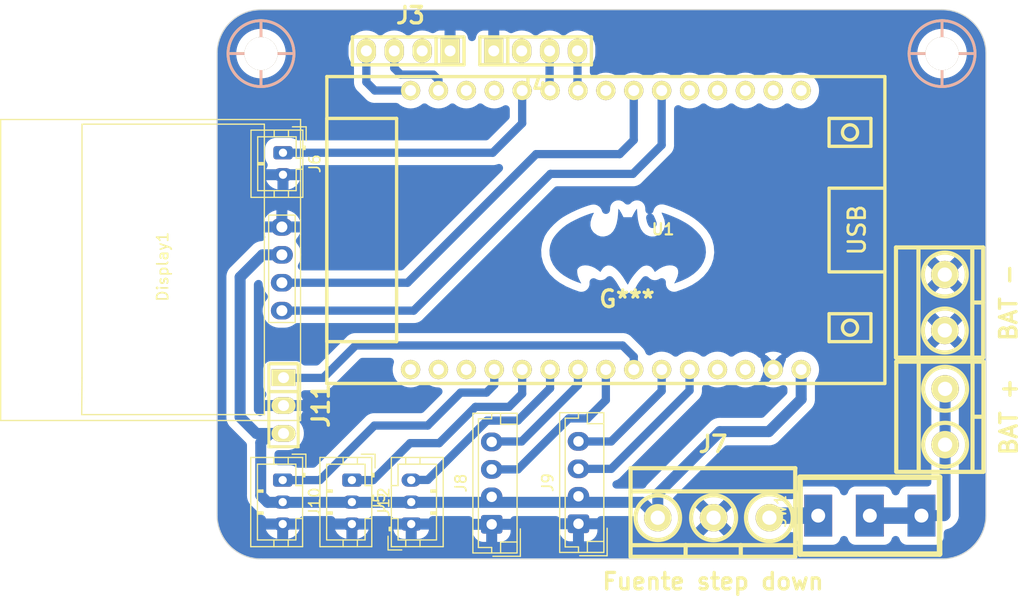
<source format=kicad_pcb>
(kicad_pcb (version 20221018) (generator pcbnew)
  (layers (0 "F.Cu" signal) (31 "B.Cu" signal) (34 "B.Paste" user) (35 "F.Paste" user) (36 "B.SilkS" user "B.Silkscreen") (37 "F.SilkS" user "F.Silkscreen") (38 "B.Mask" user) (39 "F.Mask" user) (44 "Edge.Cuts" user))
  (net 0 "")
  (net 1 "GND")
  (net 2 "+5V")
  (net 3 "/SCL")
  (net 4 "/SDA")
  (net 5 "/VBAT")
  (net 6 "/sharp")
  (net 7 "/BUZZER")
  (net 8 "/VSTEP")
  (net 9 "/Trigger_1")
  (net 10 "/Echo_1")
  (net 11 "/Trigger_2")
  (net 12 "/Echo_2")
  (net 13 "/CNY70_FD")
  (net 14 "/ENTER")
  (net 15 "/CNY70_FI")
  (net 19 "/M2B")
  (net 20 "/M2A")
  (net 28 "/M1A")
  (net 29 "/M1B")
  (footprint "EESTN5:BORNERA2_AZUL" (layer "F.Cu") (at 256.27375 92.06 90)
    (fp_text reference "J1" hide)
    (fp_text value "BAT +" (at 0 5.8 90) (layer "F.SilkS") (effects (font (size 1.5 1.5) (thickness 0.3))))
    (fp_line (start -5.0165 -4.445) (end -5.0165 3.4925) (stroke (width 0.381)) (layer "F.SilkS"))
    (fp_line (start -5 -2.4) (end 5 -2.4) (stroke (width 0.381)) (layer "F.SilkS"))
    (fp_line (start -5 2.5) (end 5 2.5) (stroke (width 0.381)) (layer "F.SilkS"))
    (fp_line (start -4.9835 3.4925) (end 5.0165 3.4925) (stroke (width 0.381)) (layer "F.SilkS"))
    (fp_line (start 0 2.54) (end 0 3.4845) (stroke (width 0.381)) (layer "F.SilkS"))
    (fp_line (start 5.0165 -4.445) (end -4.9835 -4.445) (stroke (width 0.381)) (layer "F.SilkS"))
    (fp_line (start 5.0165 3.4925) (end 5.0165 -4.445) (stroke (width 0.381)) (layer "F.SilkS"))
    (fp_circle (center -2.55 0) (end -0.55 0) (stroke (width 0.381)) (fill none) (layer "F.SilkS"))
    (fp_circle (center 2.55 0) (end 0.55 0) (stroke (width 0.381)) (fill none) (layer "F.SilkS"))
    (pad "1" thru_hole circle (at -2.54 0 90) (size 2.5 2.5) (drill 1.3) (layers "*.Cu" "*.Mask" "F.SilkS") (net 5 "/VBAT"))
    (pad "2" thru_hole circle (at 2.54 0 90) (size 2.5 2.5) (drill 1.3) (layers "*.Cu" "*.Mask" "F.SilkS") (net 5 "/VBAT"))
  )
  (footprint "EESTN5:128x64OLED" (layer "F.Cu") (at 185.3 78.4 -90)
    (fp_text reference "Display1" (at 0 0.254 90) (layer "F.SilkS"))
    (fp_text value "SSD1306-SSD1306-128x64_OLED")
    (fp_line (start -13.4 -12.3) (end 14 -12.3) (stroke (width 0.12)) (layer "F.SilkS"))
    (fp_line (start -13.4 15) (end -13.4 -12.3) (stroke (width 0.12)) (layer "F.SilkS"))
    (fp_line (start -12.978 -9.005) (end 10.122 -9.005) (stroke (width 0.12)) (layer "F.SilkS"))
    (fp_line (start -12.978 7.595) (end -12.978 -9.005) (stroke (width 0.12)) (layer "F.SilkS"))
    (fp_line (start -4.699 -11.811) (end -4.699 -9.398) (stroke (width 0.12)) (layer "F.SilkS"))
    (fp_line (start -4.699 -11.811) (end 5.08 -11.811) (stroke (width 0.12)) (layer "F.SilkS"))
    (fp_line (start 5.08 -11.811) (end 5.08 -9.398) (stroke (width 0.12)) (layer "F.SilkS"))
    (fp_line (start 5.08 -9.398) (end -4.699 -9.398) (stroke (width 0.12)) (layer "F.SilkS"))
    (fp_line (start 10.122 -9.005) (end 13.208 -9.005) (stroke (width 0.12)) (layer "F.SilkS"))
    (fp_line (start 10.122 7.595) (end -12.978 7.595) (stroke (width 0.12)) (layer "F.SilkS"))
    (fp_line (start 10.122 7.595) (end 13.462 7.62) (stroke (width 0.12)) (layer "F.SilkS"))
    (fp_line (start 13.462 -9.017) (end 13.208 -9.005) (stroke (width 0.12)) (layer "F.SilkS"))
    (fp_line (start 13.462 7.62) (end 13.462 -9.017) (stroke (width 0.12)) (layer "F.SilkS"))
    (fp_line (start 14 -12.3) (end 14 15) (stroke (width 0.12)) (layer "F.SilkS"))
    (fp_line (start 14 15) (end -13.4 15) (stroke (width 0.12)) (layer "F.SilkS"))
    (pad "1" thru_hole oval (at -3.62 -10.6) (size 2 1.6) (drill 1) (layers "*.Cu" "*.Mask") (net 1 "GND"))
    (pad "2" thru_hole oval (at -1.08 -10.6) (size 2 1.6) (drill 1) (layers "*.Cu" "*.Mask") (net 2 "+5V"))
    (pad "3" thru_hole oval (at 1.46 -10.6) (size 2 1.6) (drill 1) (layers "*.Cu" "*.Mask") (net 3 "/SCL"))
    (pad "4" thru_hole oval (at 4 -10.6) (size 2 1.6) (drill 1) (layers "*.Cu" "*.Mask") (net 4 "/SDA"))
  )
  (footprint "Connector_JST:JST_PH_B3B-PH-K_1x03_P2.00mm_Vertical" (layer "F.Cu") (at 207.675 101.825 90)
    (fp_text reference "J5" (at 2 -2.9 90) (layer "F.SilkS"))
    (fp_text value "Sharp")
    (fp_line (start -2.36 -2.11) (end -2.36 -0.86) (stroke (width 0.12)) (layer "F.SilkS"))
    (fp_line (start -2.06 -1.81) (end -2.06 2.91) (stroke (width 0.12)) (layer "F.SilkS"))
    (fp_line (start -2.06 -0.5) (end -1.45 -0.5) (stroke (width 0.12)) (layer "F.SilkS"))
    (fp_line (start -2.06 0.8) (end -1.45 0.8) (stroke (width 0.12)) (layer "F.SilkS"))
    (fp_line (start -2.06 2.91) (end 6.06 2.91) (stroke (width 0.12)) (layer "F.SilkS"))
    (fp_line (start -1.45 -1.2) (end -1.45 2.3) (stroke (width 0.12)) (layer "F.SilkS"))
    (fp_line (start -1.45 2.3) (end 5.45 2.3) (stroke (width 0.12)) (layer "F.SilkS"))
    (fp_line (start -1.11 -2.11) (end -2.36 -2.11) (stroke (width 0.12)) (layer "F.SilkS"))
    (fp_line (start -0.6 -2.01) (end -0.6 -1.81) (stroke (width 0.12)) (layer "F.SilkS"))
    (fp_line (start -0.3 -2.01) (end -0.6 -2.01) (stroke (width 0.12)) (layer "F.SilkS"))
    (fp_line (start -0.3 -1.91) (end -0.6 -1.91) (stroke (width 0.12)) (layer "F.SilkS"))
    (fp_line (start -0.3 -1.81) (end -0.3 -2.01) (stroke (width 0.12)) (layer "F.SilkS"))
    (fp_line (start 0.5 -1.81) (end 0.5 -1.2) (stroke (width 0.12)) (layer "F.SilkS"))
    (fp_line (start 0.5 -1.2) (end -1.45 -1.2) (stroke (width 0.12)) (layer "F.SilkS"))
    (fp_line (start 0.9 1.8) (end 1.1 1.8) (stroke (width 0.12)) (layer "F.SilkS"))
    (fp_line (start 0.9 2.3) (end 0.9 1.8) (stroke (width 0.12)) (layer "F.SilkS"))
    (fp_line (start 1 2.3) (end 1 1.8) (stroke (width 0.12)) (layer "F.SilkS"))
    (fp_line (start 1.1 1.8) (end 1.1 2.3) (stroke (width 0.12)) (layer "F.SilkS"))
    (fp_line (start 2.9 1.8) (end 3.1 1.8) (stroke (width 0.12)) (layer "F.SilkS"))
    (fp_line (start 2.9 2.3) (end 2.9 1.8) (stroke (width 0.12)) (layer "F.SilkS"))
    (fp_line (start 3 2.3) (end 3 1.8) (stroke (width 0.12)) (layer "F.SilkS"))
    (fp_line (start 3.1 1.8) (end 3.1 2.3) (stroke (width 0.12)) (layer "F.SilkS"))
    (fp_line (start 3.5 -1.2) (end 3.5 -1.81) (stroke (width 0.12)) (layer "F.SilkS"))
    (fp_line (start 5.45 -1.2) (end 3.5 -1.2) (stroke (width 0.12)) (layer "F.SilkS"))
    (fp_line (start 5.45 2.3) (end 5.45 -1.2) (stroke (width 0.12)) (layer "F.SilkS"))
    (fp_line (start 6.06 -1.81) (end -2.06 -1.81) (stroke (width 0.12)) (layer "F.SilkS"))
    (fp_line (start 6.06 -0.5) (end 5.45 -0.5) (stroke (width 0.12)) (layer "F.SilkS"))
    (fp_line (start 6.06 0.8) (end 5.45 0.8) (stroke (width 0.12)) (layer "F.SilkS"))
    (fp_line (start 6.06 2.91) (end 6.06 -1.81) (stroke (width 0.12)) (layer "F.SilkS"))
    (pad "1" thru_hole roundrect (at 0 0 90) (size 1.2 1.75) (drill 0.75) (layers "*.Cu" "*.Mask") (roundrect_rratio 0.208333) (net 1 "GND"))
    (pad "2" thru_hole oval (at 2 0 90) (size 1.2 1.75) (drill 0.75) (layers "*.Cu" "*.Mask") (net 2 "+5V"))
    (pad "3" thru_hole oval (at 4 0 90) (size 1.2 1.75) (drill 0.75) (layers "*.Cu" "*.Mask") (net 6 "/sharp"))
  )
  (footprint "EESTN5:BORNERA2_AZUL" (layer "F.Cu") (at 256.25 81.66 90)
    (fp_text reference "J2" hide)
    (fp_text value "BAT -" (at 0 5.8 90) (layer "F.SilkS") (effects (font (size 1.5 1.5) (thickness 0.3))))
    (fp_line (start -5.0165 -4.445) (end -5.0165 3.4925) (stroke (width 0.381)) (layer "F.SilkS"))
    (fp_line (start -5 -2.4) (end 5 -2.4) (stroke (width 0.381)) (layer "F.SilkS"))
    (fp_line (start -5 2.5) (end 5 2.5) (stroke (width 0.381)) (layer "F.SilkS"))
    (fp_line (start -4.9835 3.4925) (end 5.0165 3.4925) (stroke (width 0.381)) (layer "F.SilkS"))
    (fp_line (start 0 2.54) (end 0 3.4845) (stroke (width 0.381)) (layer "F.SilkS"))
    (fp_line (start 5.0165 -4.445) (end -4.9835 -4.445) (stroke (width 0.381)) (layer "F.SilkS"))
    (fp_line (start 5.0165 3.4925) (end 5.0165 -4.445) (stroke (width 0.381)) (layer "F.SilkS"))
    (fp_circle (center -2.55 0) (end -0.55 0) (stroke (width 0.381)) (fill none) (layer "F.SilkS"))
    (fp_circle (center 2.55 0) (end 0.55 0) (stroke (width 0.381)) (fill none) (layer "F.SilkS"))
    (pad "1" thru_hole circle (at -2.54 0 90) (size 2.5 2.5) (drill 1.3) (layers "*.Cu" "*.Mask" "F.SilkS") (net 1 "GND"))
    (pad "2" thru_hole circle (at 2.54 0 90) (size 2.5 2.5) (drill 1.3) (layers "*.Cu" "*.Mask" "F.SilkS") (net 1 "GND"))
  )
  (footprint "EESTN5:Tornillo_M3_8mm" (layer "F.Cu") (at 256 59)
    (fp_text reference "H4" hide)
    (fp_text value "Mounting_Hole" hide)
    (fp_line (start -3 0) (end 3 0) (stroke (width 0.254)) (layer "B.SilkS"))
    (fp_line (start 0 -3) (end 0 3) (stroke (width 0.254)) (layer "B.SilkS"))
    (fp_circle (center 0 0) (end 3 0) (stroke (width 0.254)) (fill none) (layer "B.SilkS"))
    (fp_line (start -3 0) (end 3 0) (stroke (width 0.254)) (layer "F.SilkS"))
    (fp_line (start 0 -3) (end 0 3) (stroke (width 0.254)) (layer "F.SilkS"))
    (fp_circle (center 0 0) (end 3 0) (stroke (width 0.254)) (fill none) (layer "F.SilkS"))
    (pad "1" thru_hole circle (at 0 0) (size 3 3) (drill 3) (layers "*.Cu" "F.SilkS"))
  )
  (footprint "EESTN5:pin_strip_4" (layer "F.Cu") (at 207.4 58.75 180)
    (fp_text reference "J3" (at -0.2032 3.2258) (layer "F.SilkS") (effects (font (size 1.5 1.5) (thickness 0.3))))
    (fp_text value "DRIVER" hide)
    (fp_line (start -5.08 -1.27) (end 5.08 -1.27) (stroke (width 0.3048)) (layer "F.SilkS"))
    (fp_line (start -5.08 1.27) (end -5.08 -1.27) (stroke (width 0.3048)) (layer "F.SilkS"))
    (fp_line (start -2.54 -1.27) (end -2.54 1.27) (stroke (width 0.3048)) (layer "F.SilkS"))
    (fp_line (start 5.08 -1.27) (end 5.08 1.27) (stroke (width 0.3048)) (layer "F.SilkS"))
    (fp_line (start 5.08 1.27) (end -5.08 1.27) (stroke (width 0.3048)) (layer "F.SilkS"))
    (pad "1" thru_hole rect (at -3.81 0 180) (size 1.75 2.2) (drill 1.00076) (layers "*.Cu" "*.Mask" "F.SilkS") (net 1 "GND"))
    (pad "2" thru_hole oval (at -1.27 0 180) (size 1.75 2.2) (drill 1.00076) (layers "*.Cu" "*.Mask" "F.SilkS"))
    (pad "3" thru_hole oval (at 1.27 0 180) (size 1.75 2.2) (drill 1.00076) (layers "*.Cu" "*.Mask" "F.SilkS") (net 19 "/M2B"))
    (pad "4" thru_hole oval (at 3.81 0 180) (size 1.75 2.2) (drill 1.00076) (layers "*.Cu" "*.Mask" "F.SilkS") (net 20 "/M2A"))
  )
  (footprint "Connector_JST:JST_PH_B3B-PH-K_1x03_P2.00mm_Vertical" (layer "F.Cu") (at 195.975 97.825 -90)
    (fp_text reference "J10" (at 2 -2.9 90) (layer "F.SilkS"))
    (fp_text value "CNY70")
    (fp_line (start -2.36 -2.11) (end -2.36 -0.86) (stroke (width 0.12)) (layer "F.SilkS"))
    (fp_line (start -2.06 -1.81) (end -2.06 2.91) (stroke (width 0.12)) (layer "F.SilkS"))
    (fp_line (start -2.06 -0.5) (end -1.45 -0.5) (stroke (width 0.12)) (layer "F.SilkS"))
    (fp_line (start -2.06 0.8) (end -1.45 0.8) (stroke (width 0.12)) (layer "F.SilkS"))
    (fp_line (start -2.06 2.91) (end 6.06 2.91) (stroke (width 0.12)) (layer "F.SilkS"))
    (fp_line (start -1.45 -1.2) (end -1.45 2.3) (stroke (width 0.12)) (layer "F.SilkS"))
    (fp_line (start -1.45 2.3) (end 5.45 2.3) (stroke (width 0.12)) (layer "F.SilkS"))
    (fp_line (start -1.11 -2.11) (end -2.36 -2.11) (stroke (width 0.12)) (layer "F.SilkS"))
    (fp_line (start -0.6 -2.01) (end -0.6 -1.81) (stroke (width 0.12)) (layer "F.SilkS"))
    (fp_line (start -0.3 -2.01) (end -0.6 -2.01) (stroke (width 0.12)) (layer "F.SilkS"))
    (fp_line (start -0.3 -1.91) (end -0.6 -1.91) (stroke (width 0.12)) (layer "F.SilkS"))
    (fp_line (start -0.3 -1.81) (end -0.3 -2.01) (stroke (width 0.12)) (layer "F.SilkS"))
    (fp_line (start 0.5 -1.81) (end 0.5 -1.2) (stroke (width 0.12)) (layer "F.SilkS"))
    (fp_line (start 0.5 -1.2) (end -1.45 -1.2) (stroke (width 0.12)) (layer "F.SilkS"))
    (fp_line (start 0.9 1.8) (end 1.1 1.8) (stroke (width 0.12)) (layer "F.SilkS"))
    (fp_line (start 0.9 2.3) (end 0.9 1.8) (stroke (width 0.12)) (layer "F.SilkS"))
    (fp_line (start 1 2.3) (end 1 1.8) (stroke (width 0.12)) (layer "F.SilkS"))
    (fp_line (start 1.1 1.8) (end 1.1 2.3) (stroke (width 0.12)) (layer "F.SilkS"))
    (fp_line (start 2.9 1.8) (end 3.1 1.8) (stroke (width 0.12)) (layer "F.SilkS"))
    (fp_line (start 2.9 2.3) (end 2.9 1.8) (stroke (width 0.12)) (layer "F.SilkS"))
    (fp_line (start 3 2.3) (end 3 1.8) (stroke (width 0.12)) (layer "F.SilkS"))
    (fp_line (start 3.1 1.8) (end 3.1 2.3) (stroke (width 0.12)) (layer "F.SilkS"))
    (fp_line (start 3.5 -1.2) (end 3.5 -1.81) (stroke (width 0.12)) (layer "F.SilkS"))
    (fp_line (start 5.45 -1.2) (end 3.5 -1.2) (stroke (width 0.12)) (layer "F.SilkS"))
    (fp_line (start 5.45 2.3) (end 5.45 -1.2) (stroke (width 0.12)) (layer "F.SilkS"))
    (fp_line (start 6.06 -1.81) (end -2.06 -1.81) (stroke (width 0.12)) (layer "F.SilkS"))
    (fp_line (start 6.06 -0.5) (end 5.45 -0.5) (stroke (width 0.12)) (layer "F.SilkS"))
    (fp_line (start 6.06 0.8) (end 5.45 0.8) (stroke (width 0.12)) (layer "F.SilkS"))
    (fp_line (start 6.06 2.91) (end 6.06 -1.81) (stroke (width 0.12)) (layer "F.SilkS"))
    (pad "1" thru_hole roundrect (at 0 0 270) (size 1.2 1.75) (drill 0.75) (layers "*.Cu" "*.Mask") (roundrect_rratio 0.2083333333) (net 13 "/CNY70_FD"))
    (pad "2" thru_hole oval (at 2 0 270) (size 1.2 1.75) (drill 0.75) (layers "*.Cu" "*.Mask") (net 2 "+5V"))
    (pad "3" thru_hole oval (at 4 0 270) (size 1.2 1.75) (drill 0.75) (layers "*.Cu" "*.Mask") (net 1 "GND"))
  )
  (footprint "EESTN5:Tornillo_M3_8mm" (layer "F.Cu") (at 194 59)
    (fp_text reference "H2" hide)
    (fp_text value "Mounting_Hole" hide)
    (fp_line (start -3 0) (end 3 0) (stroke (width 0.254)) (layer "B.SilkS"))
    (fp_line (start 0 -3) (end 0 3) (stroke (width 0.254)) (layer "B.SilkS"))
    (fp_circle (center 0 0) (end 3 0) (stroke (width 0.254)) (fill none) (layer "B.SilkS"))
    (fp_line (start -3 0) (end 3 0) (stroke (width 0.254)) (layer "F.SilkS"))
    (fp_line (start 0 -3) (end 0 3) (stroke (width 0.254)) (layer "F.SilkS"))
    (fp_circle (center 0 0) (end 3 0) (stroke (width 0.254)) (fill none) (layer "F.SilkS"))
    (pad "1" thru_hole circle (at 0 0) (size 3 3) (drill 3) (layers "*.Cu" "F.SilkS"))
  )
  (footprint "Connector_JST:JST_EH_B4B-EH-A_1x04_P2.50mm_Vertical" (layer "F.Cu") (at 215 101.85 90)
    (fp_text reference "J8" (at 3.75 -2.8 90) (layer "F.SilkS"))
    (fp_text value "Ultrasonido")
    (fp_line (start -2.91 0.11) (end -2.91 2.61) (stroke (width 0.12)) (layer "F.SilkS"))
    (fp_line (start -2.91 2.61) (end -0.41 2.61) (stroke (width 0.12)) (layer "F.SilkS"))
    (fp_line (start -2.61 -1.71) (end -2.61 2.31) (stroke (width 0.12)) (layer "F.SilkS"))
    (fp_line (start -2.61 0) (end -2.11 0) (stroke (width 0.12)) (layer "F.SilkS"))
    (fp_line (start -2.61 0.81) (end -1.61 0.81) (stroke (width 0.12)) (layer "F.SilkS"))
    (fp_line (start -2.61 2.31) (end 10.11 2.31) (stroke (width 0.12)) (layer "F.SilkS"))
    (fp_line (start -2.11 -1.21) (end 9.61 -1.21) (stroke (width 0.12)) (layer "F.SilkS"))
    (fp_line (start -2.11 0) (end -2.11 -1.21) (stroke (width 0.12)) (layer "F.SilkS"))
    (fp_line (start -1.61 0.81) (end -1.61 2.31) (stroke (width 0.12)) (layer "F.SilkS"))
    (fp_line (start 9.11 0.81) (end 9.11 2.31) (stroke (width 0.12)) (layer "F.SilkS"))
    (fp_line (start 9.61 -1.21) (end 9.61 0) (stroke (width 0.12)) (layer "F.SilkS"))
    (fp_line (start 9.61 0) (end 10.11 0) (stroke (width 0.12)) (layer "F.SilkS"))
    (fp_line (start 10.11 -1.71) (end -2.61 -1.71) (stroke (width 0.12)) (layer "F.SilkS"))
    (fp_line (start 10.11 0.81) (end 9.11 0.81) (stroke (width 0.12)) (layer "F.SilkS"))
    (fp_line (start 10.11 2.31) (end 10.11 -1.71) (stroke (width 0.12)) (layer "F.SilkS"))
    (pad "1" thru_hole roundrect (at 0 0 90) (size 1.7 1.95) (drill 0.95) (layers "*.Cu" "*.Mask") (roundrect_rratio 0.147059) (net 1 "GND"))
    (pad "2" thru_hole oval (at 2.5 0 90) (size 1.7 1.95) (drill 0.95) (layers "*.Cu" "*.Mask") (net 2 "+5V"))
    (pad "3" thru_hole oval (at 5 0 90) (size 1.7 1.95) (drill 0.95) (layers "*.Cu" "*.Mask") (net 9 "/Trigger_1"))
    (pad "4" thru_hole oval (at 7.5 0 90) (size 1.7 1.95) (drill 0.95) (layers "*.Cu" "*.Mask") (net 10 "/Echo_1"))
  )
  (footprint "EESTN5:ESP32_DevKit_V1_CH9102X" (layer "F.Cu") (at 224.12375 75.06)
    (fp_text reference "U1" (at 6.477 -0.0635) (layer "F.SilkS") (effects (font (size 1.016 1.016) (thickness 0.2032))))
    (fp_text value "ESP32_DevKit_V1_CH9102X" hide)
    (fp_text user "USB" (at 24.13 0 90) (layer "F.SilkS") (effects (font (size 1.524 1.524) (thickness 0.254))))
    (fp_line (start -24.13 -13.97) (end -24.13 13.97) (stroke (width 0.3048)) (layer "F.SilkS"))
    (fp_line (start -24.13 -13.97) (end 26.67 -13.97) (stroke (width 0.3048)) (layer "F.SilkS"))
    (fp_line (start -24.13 -10.16) (end -24.13 10.16) (stroke (width 0.3048)) (layer "F.SilkS"))
    (fp_line (start -24.13 -10.16) (end -17.78 -10.16) (stroke (width 0.3048)) (layer "F.SilkS"))
    (fp_line (start -24.13 10.16) (end -17.78 10.16) (stroke (width 0.3048)) (layer "F.SilkS"))
    (fp_line (start -17.78 -10.16) (end -17.78 10.16) (stroke (width 0.3048)) (layer "F.SilkS"))
    (fp_line (start 21.59 -10.16) (end 21.59 -7.62) (stroke (width 0.3048)) (layer "F.SilkS"))
    (fp_line (start 21.59 -7.62) (end 25.4 -7.62) (stroke (width 0.3048)) (layer "F.SilkS"))
    (fp_line (start 21.59 -3.81) (end 21.59 3.81) (stroke (width 0.3048)) (layer "F.SilkS"))
    (fp_line (start 21.59 3.81) (end 26.67 3.81) (stroke (width 0.3048)) (layer "F.SilkS"))
    (fp_line (start 21.59 7.62) (end 25.4 7.62) (stroke (width 0.3048)) (layer "F.SilkS"))
    (fp_line (start 21.59 10.16) (end 21.59 7.62) (stroke (width 0.3048)) (layer "F.SilkS"))
    (fp_line (start 25.4 -10.16) (end 21.59 -10.16) (stroke (width 0.3048)) (layer "F.SilkS"))
    (fp_line (start 25.4 -7.62) (end 25.4 -10.16) (stroke (width 0.3048)) (layer "F.SilkS"))
    (fp_line (start 25.4 7.62) (end 25.4 10.16) (stroke (width 0.3048)) (layer "F.SilkS"))
    (fp_line (start 25.4 10.16) (end 21.59 10.16) (stroke (width 0.3048)) (layer "F.SilkS"))
    (fp_line (start 26.67 -3.81) (end 21.59 -3.81) (stroke (width 0.3048)) (layer "F.SilkS"))
    (fp_line (start 26.67 13.97) (end -24.13 13.97) (stroke (width 0.3048)) (layer "F.SilkS"))
    (fp_line (start 26.67 13.97) (end 26.67 -13.97) (stroke (width 0.3048)) (layer "F.SilkS"))
    (fp_circle (center 23.495 -8.89) (end 24.0665 -8.509) (stroke (width 0.3048)) (fill none) (layer "F.SilkS"))
    (fp_circle (center 23.495 8.89) (end 24.0665 9.271) (stroke (width 0.3048)) (fill none) (layer "F.SilkS"))
    (pad "1" thru_hole circle (at -16.51 12.7) (size 1.75 1.75) (drill 1) (layers "*.Cu" "*.Mask" "F.SilkS"))
    (pad "2" thru_hole circle (at -13.97 12.7) (size 1.75 1.75) (drill 1) (layers "*.Cu" "*.Mask" "F.SilkS"))
    (pad "3" thru_hole circle (at -11.43 12.7) (size 1.75 1.75) (drill 1) (layers "*.Cu" "*.Mask" "F.SilkS"))
    (pad "4" thru_hole circle (at -8.89 12.7) (size 1.75 1.75) (drill 1) (layers "*.Cu" "*.Mask" "F.SilkS") (net 13 "/CNY70_FD"))
    (pad "5" thru_hole circle (at -6.35 12.7) (size 1.75 1.75) (drill 1) (layers "*.Cu" "*.Mask" "F.SilkS") (net 15 "/CNY70_FI"))
    (pad "6" thru_hole circle (at -3.81 12.7) (size 1.75 1.75) (drill 1) (layers "*.Cu" "*.Mask" "F.SilkS") (net 6 "/sharp"))
    (pad "7" thru_hole circle (at -1.27 12.7) (size 1.75 1.75) (drill 1) (layers "*.Cu" "*.Mask" "F.SilkS") (net 10 "/Echo_1"))
    (pad "8" thru_hole circle (at 1.27 12.7) (size 1.75 1.75) (drill 1) (layers "*.Cu" "*.Mask" "F.SilkS") (net 9 "/Trigger_1"))
    (pad "9" thru_hole circle (at 3.81 12.7) (size 1.75 1.75) (drill 1) (layers "*.Cu" "*.Mask" "F.SilkS") (net 14 "/ENTER"))
    (pad "10" thru_hole circle (at 6.35 12.7) (size 1.75 1.75) (drill 1) (layers "*.Cu" "*.Mask" "F.SilkS") (net 12 "/Echo_2"))
    (pad "11" thru_hole circle (at 8.89 12.7) (size 1.75 1.75) (drill 1) (layers "*.Cu" "*.Mask" "F.SilkS") (net 11 "/Trigger_2"))
    (pad "12" thru_hole circle (at 11.43 12.7) (size 1.75 1.75) (drill 1) (layers "*.Cu" "*.Mask" "F.SilkS"))
    (pad "13" thru_hole circle (at 13.97 12.7) (size 1.75 1.75) (drill 1) (layers "*.Cu" "*.Mask" "F.SilkS"))
    (pad "14" thru_hole circle (at 16.51 12.7) (size 1.75 1.75) (drill 1) (layers "*.Cu" "*.Mask" "F.SilkS") (net 1 "GND"))
    (pad "15" thru_hole circle (at 19.05 12.7) (size 1.75 1.75) (drill 1) (layers "*.Cu" "*.Mask" "F.SilkS") (net 2 "+5V"))
    (pad "16" thru_hole circle (at 19.05 -12.7 180) (size 1.75 1.75) (drill 1) (layers "*.Cu" "*.Mask" "F.SilkS"))
    (pad "17" thru_hole circle (at 16.51 -12.7 180) (size 1.75 1.75) (drill 1) (layers "*.Cu" "*.Mask" "F.SilkS"))
    (pad "18" thru_hole circle (at 13.97 -12.7 180) (size 1.75 1.75) (drill 1) (layers "*.Cu" "*.Mask" "F.SilkS"))
    (pad "19" thru_hole circle (at 11.43 -12.7 180) (size 1.75 1.75) (drill 1) (layers "*.Cu" "*.Mask" "F.SilkS"))
    (pad "20" thru_hole circle (at 8.89 -12.7 180) (size 1.75 1.75) (drill 1) (layers "*.Cu" "*.Mask" "F.SilkS"))
    (pad "21" thru_hole circle (at 6.35 -12.7 180) (size 1.75 1.75) (drill 1) (layers "*.Cu" "*.Mask" "F.SilkS") (net 4 "/SDA"))
    (pad "22" thru_hole circle (at 3.81 -12.7 180) (size 1.75 1.75) (drill 1) (layers "*.Cu" "*.Mask" "F.SilkS") (net 3 "/SCL"))
    (pad "23" thru_hole circle (at 1.27 -12.7 180) (size 1.75 1.75) (drill 1) (layers "*.Cu" "*.Mask" "F.SilkS"))
    (pad "24" thru_hole circle (at -1.27 -12.7 180) (size 1.75 1.75) (drill 1) (layers "*.Cu" "*.Mask" "F.SilkS") (net 28 "/M1A"))
    (pad "25" thru_hole circle (at -3.81 -12.7 180) (size 1.75 1.75) (drill 1) (layers "*.Cu" "*.Mask" "F.SilkS") (net 29 "/M1B"))
    (pad "26" thru_hole circle (at -6.35 -12.7 180) (size 1.75 1.75) (drill 1) (layers "*.Cu" "*.Mask" "F.SilkS") (net 7 "/BUZZER"))
    (pad "27" thru_hole circle (at -8.89 -12.7 180) (size 1.75 1.75) (drill 1) (layers "*.Cu" "*.Mask" "F.SilkS"))
    (pad "28" thru_hole circle (at -11.43 -12.7 180) (size 1.75 1.75) (drill 1) (layers "*.Cu" "*.Mask" "F.SilkS"))
    (pad "29" thru_hole circle (at -13.97 -12.7 180) (size 1.75 1.75) (drill 1) (layers "*.Cu" "*.Mask" "F.SilkS") (net 19 "/M2B"))
    (pad "30" thru_hole circle (at -16.51 -12.7 180) (size 1.75 1.75) (drill 1) (layers "*.Cu" "*.Mask" "F.SilkS") (net 20 "/M2A"))
  )
  (footprint "EESTN5:Pin_Header_3" (layer "F.Cu") (at 196.05 91.0387 -90)
    (fp_text reference "J11" (at 0 -3.4 90) (layer "F.SilkS") (effects (font (size 1.5 1.5) (thickness 0.3))))
    (fp_text value "Switch est" hide)
    (fp_line (start -3.81 -1.397) (end 3.81 -1.397) (stroke (width 0.15)) (layer "F.SilkS"))
    (fp_line (start -3.81 1.27) (end -3.81 -1.27) (stroke (width 0.3048)) (layer "F.SilkS"))
    (fp_line (start -1.27 -1.27) (end -1.27 1.27) (stroke (width 0.3048)) (layer "F.SilkS"))
    (fp_line (start 3.683 1.27) (end 3.683 -1.27) (stroke (width 0.15)) (layer "F.SilkS"))
    (fp_line (start 3.81 -1.397) (end 3.81 -1.143) (stroke (width 0.15)) (layer "F.SilkS"))
    (fp_line (start 3.81 -1.27) (end -3.81 -1.27) (stroke (width 0.15)) (layer "F.SilkS"))
    (fp_line (start 3.81 -1.27) (end 3.81 1.27) (stroke (width 0.15)) (layer "F.SilkS"))
    (fp_line (start 3.81 1.016) (end 3.81 1.397) (stroke (width 0.15)) (layer "F.SilkS"))
    (fp_line (start 3.81 1.27) (end -3.81 1.27) (stroke (width 0.15)) (layer "F.SilkS"))
    (fp_line (start 3.81 1.397) (end -3.81 1.397) (stroke (width 0.15)) (layer "F.SilkS"))
    (pad "1" thru_hole rect (at -2.54 0 270) (size 1.524 2.19964) (drill 1.00076) (layers "*.Cu" "*.Mask" "F.SilkS") (net 14 "/ENTER"))
    (pad "2" thru_hole oval (at 0 0 270) (size 1.524 2.19964) (drill 1.00076) (layers "*.Cu" "*.Mask" "F.SilkS") (net 1 "GND"))
    (pad "3" thru_hole oval (at 2.54 0 270) (size 1.524 2.19964) (drill 1.00076) (layers "*.Cu" "*.Mask" "F.SilkS") (net 2 "+5V"))
  )
  (footprint "Connector_JST:JST_EH_B4B-EH-A_1x04_P2.50mm_Vertical" (layer "F.Cu") (at 222.9 101.8 90)
    (fp_text reference "J9" (at 3.75 -2.8 90) (layer "F.SilkS"))
    (fp_text value "Ultrasonido")
    (fp_line (start -2.91 0.11) (end -2.91 2.61) (stroke (width 0.12)) (layer "F.SilkS"))
    (fp_line (start -2.91 2.61) (end -0.41 2.61) (stroke (width 0.12)) (layer "F.SilkS"))
    (fp_line (start -2.61 -1.71) (end -2.61 2.31) (stroke (width 0.12)) (layer "F.SilkS"))
    (fp_line (start -2.61 0) (end -2.11 0) (stroke (width 0.12)) (layer "F.SilkS"))
    (fp_line (start -2.61 0.81) (end -1.61 0.81) (stroke (width 0.12)) (layer "F.SilkS"))
    (fp_line (start -2.61 2.31) (end 10.11 2.31) (stroke (width 0.12)) (layer "F.SilkS"))
    (fp_line (start -2.11 -1.21) (end 9.61 -1.21) (stroke (width 0.12)) (layer "F.SilkS"))
    (fp_line (start -2.11 0) (end -2.11 -1.21) (stroke (width 0.12)) (layer "F.SilkS"))
    (fp_line (start -1.61 0.81) (end -1.61 2.31) (stroke (width 0.12)) (layer "F.SilkS"))
    (fp_line (start 9.11 0.81) (end 9.11 2.31) (stroke (width 0.12)) (layer "F.SilkS"))
    (fp_line (start 9.61 -1.21) (end 9.61 0) (stroke (width 0.12)) (layer "F.SilkS"))
    (fp_line (start 9.61 0) (end 10.11 0) (stroke (width 0.12)) (layer "F.SilkS"))
    (fp_line (start 10.11 -1.71) (end -2.61 -1.71) (stroke (width 0.12)) (layer "F.SilkS"))
    (fp_line (start 10.11 0.81) (end 9.11 0.81) (stroke (width 0.12)) (layer "F.SilkS"))
    (fp_line (start 10.11 2.31) (end 10.11 -1.71) (stroke (width 0.12)) (layer "F.SilkS"))
    (pad "1" thru_hole roundrect (at 0 0 90) (size 1.7 1.95) (drill 0.95) (layers "*.Cu" "*.Mask") (roundrect_rratio 0.147059) (net 1 "GND"))
    (pad "2" thru_hole oval (at 2.5 0 90) (size 1.7 1.95) (drill 0.95) (layers "*.Cu" "*.Mask") (net 2 "+5V"))
    (pad "3" thru_hole oval (at 5 0 90) (size 1.7 1.95) (drill 0.95) (layers "*.Cu" "*.Mask") (net 11 "/Trigger_2"))
    (pad "4" thru_hole oval (at 7.5 0 90) (size 1.7 1.95) (drill 0.95) (layers "*.Cu" "*.Mask") (net 12 "/Echo_2"))
  )
  (footprint "Connector_JST:JST_PH_B2B-PH-K_1x02_P2.00mm_Vertical" (layer "F.Cu") (at 196 68.025 -90)
    (fp_text reference "J6" (at 1 -2.9 90) (layer "F.SilkS"))
    (fp_text value "Buzzer")
    (fp_line (start -2.36 -2.11) (end -2.36 -0.86) (stroke (width 0.12)) (layer "F.SilkS"))
    (fp_line (start -2.06 -1.81) (end -2.06 2.91) (stroke (width 0.12)) (layer "F.SilkS"))
    (fp_line (start -2.06 -0.5) (end -1.45 -0.5) (stroke (width 0.12)) (layer "F.SilkS"))
    (fp_line (start -2.06 0.8) (end -1.45 0.8) (stroke (width 0.12)) (layer "F.SilkS"))
    (fp_line (start -2.06 2.91) (end 4.06 2.91) (stroke (width 0.12)) (layer "F.SilkS"))
    (fp_line (start -1.45 -1.2) (end -1.45 2.3) (stroke (width 0.12)) (layer "F.SilkS"))
    (fp_line (start -1.45 2.3) (end 3.45 2.3) (stroke (width 0.12)) (layer "F.SilkS"))
    (fp_line (start -1.11 -2.11) (end -2.36 -2.11) (stroke (width 0.12)) (layer "F.SilkS"))
    (fp_line (start -0.6 -2.01) (end -0.6 -1.81) (stroke (width 0.12)) (layer "F.SilkS"))
    (fp_line (start -0.3 -2.01) (end -0.6 -2.01) (stroke (width 0.12)) (layer "F.SilkS"))
    (fp_line (start -0.3 -1.91) (end -0.6 -1.91) (stroke (width 0.12)) (layer "F.SilkS"))
    (fp_line (start -0.3 -1.81) (end -0.3 -2.01) (stroke (width 0.12)) (layer "F.SilkS"))
    (fp_line (start 0.5 -1.81) (end 0.5 -1.2) (stroke (width 0.12)) (layer "F.SilkS"))
    (fp_line (start 0.5 -1.2) (end -1.45 -1.2) (stroke (width 0.12)) (layer "F.SilkS"))
    (fp_line (start 0.9 1.8) (end 1.1 1.8) (stroke (width 0.12)) (layer "F.SilkS"))
    (fp_line (start 0.9 2.3) (end 0.9 1.8) (stroke (width 0.12)) (layer "F.SilkS"))
    (fp_line (start 1 2.3) (end 1 1.8) (stroke (width 0.12)) (layer "F.SilkS"))
    (fp_line (start 1.1 1.8) (end 1.1 2.3) (stroke (width 0.12)) (layer "F.SilkS"))
    (fp_line (start 1.5 -1.2) (end 1.5 -1.81) (stroke (width 0.12)) (layer "F.SilkS"))
    (fp_line (start 3.45 -1.2) (end 1.5 -1.2) (stroke (width 0.12)) (layer "F.SilkS"))
    (fp_line (start 3.45 2.3) (end 3.45 -1.2) (stroke (width 0.12)) (layer "F.SilkS"))
    (fp_line (start 4.06 -1.81) (end -2.06 -1.81) (stroke (width 0.12)) (layer "F.SilkS"))
    (fp_line (start 4.06 -0.5) (end 3.45 -0.5) (stroke (width 0.12)) (layer "F.SilkS"))
    (fp_line (start 4.06 0.8) (end 3.45 0.8) (stroke (width 0.12)) (layer "F.SilkS"))
    (fp_line (start 4.06 2.91) (end 4.06 -1.81) (stroke (width 0.12)) (layer "F.SilkS"))
    (pad "1" thru_hole roundrect (at 0 0 270) (size 1.2 1.75) (drill 0.75) (layers "*.Cu" "*.Mask") (roundrect_rratio 0.208333) (net 7 "/BUZZER"))
    (pad "2" thru_hole oval (at 2 0 270) (size 1.2 1.75) (drill 0.75) (layers "*.Cu" "*.Mask") (net 1 "GND"))
  )
  (footprint "Connector_JST:JST_PH_B3B-PH-K_1x03_P2.00mm_Vertical" (layer "F.Cu") (at 202.275 97.825 -90)
    (fp_text reference "J12" (at 2 -2.9 90) (layer "F.SilkS"))
    (fp_text value "CNY70")
    (fp_line (start -2.36 -2.11) (end -2.36 -0.86) (stroke (width 0.12)) (layer "F.SilkS"))
    (fp_line (start -2.06 -1.81) (end -2.06 2.91) (stroke (width 0.12)) (layer "F.SilkS"))
    (fp_line (start -2.06 -0.5) (end -1.45 -0.5) (stroke (width 0.12)) (layer "F.SilkS"))
    (fp_line (start -2.06 0.8) (end -1.45 0.8) (stroke (width 0.12)) (layer "F.SilkS"))
    (fp_line (start -2.06 2.91) (end 6.06 2.91) (stroke (width 0.12)) (layer "F.SilkS"))
    (fp_line (start -1.45 -1.2) (end -1.45 2.3) (stroke (width 0.12)) (layer "F.SilkS"))
    (fp_line (start -1.45 2.3) (end 5.45 2.3) (stroke (width 0.12)) (layer "F.SilkS"))
    (fp_line (start -1.11 -2.11) (end -2.36 -2.11) (stroke (width 0.12)) (layer "F.SilkS"))
    (fp_line (start -0.6 -2.01) (end -0.6 -1.81) (stroke (width 0.12)) (layer "F.SilkS"))
    (fp_line (start -0.3 -2.01) (end -0.6 -2.01) (stroke (width 0.12)) (layer "F.SilkS"))
    (fp_line (start -0.3 -1.91) (end -0.6 -1.91) (stroke (width 0.12)) (layer "F.SilkS"))
    (fp_line (start -0.3 -1.81) (end -0.3 -2.01) (stroke (width 0.12)) (layer "F.SilkS"))
    (fp_line (start 0.5 -1.81) (end 0.5 -1.2) (stroke (width 0.12)) (layer "F.SilkS"))
    (fp_line (start 0.5 -1.2) (end -1.45 -1.2) (stroke (width 0.12)) (layer "F.SilkS"))
    (fp_line (start 0.9 1.8) (end 1.1 1.8) (stroke (width 0.12)) (layer "F.SilkS"))
    (fp_line (start 0.9 2.3) (end 0.9 1.8) (stroke (width 0.12)) (layer "F.SilkS"))
    (fp_line (start 1 2.3) (end 1 1.8) (stroke (width 0.12)) (layer "F.SilkS"))
    (fp_line (start 1.1 1.8) (end 1.1 2.3) (stroke (width 0.12)) (layer "F.SilkS"))
    (fp_line (start 2.9 1.8) (end 3.1 1.8) (stroke (width 0.12)) (layer "F.SilkS"))
    (fp_line (start 2.9 2.3) (end 2.9 1.8) (stroke (width 0.12)) (layer "F.SilkS"))
    (fp_line (start 3 2.3) (end 3 1.8) (stroke (width 0.12)) (layer "F.SilkS"))
    (fp_line (start 3.1 1.8) (end 3.1 2.3) (stroke (width 0.12)) (layer "F.SilkS"))
    (fp_line (start 3.5 -1.2) (end 3.5 -1.81) (stroke (width 0.12)) (layer "F.SilkS"))
    (fp_line (start 5.45 -1.2) (end 3.5 -1.2) (stroke (width 0.12)) (layer "F.SilkS"))
    (fp_line (start 5.45 2.3) (end 5.45 -1.2) (stroke (width 0.12)) (layer "F.SilkS"))
    (fp_line (start 6.06 -1.81) (end -2.06 -1.81) (stroke (width 0.12)) (layer "F.SilkS"))
    (fp_line (start 6.06 -0.5) (end 5.45 -0.5) (stroke (width 0.12)) (layer "F.SilkS"))
    (fp_line (start 6.06 0.8) (end 5.45 0.8) (stroke (width 0.12)) (layer "F.SilkS"))
    (fp_line (start 6.06 2.91) (end 6.06 -1.81) (stroke (width 0.12)) (layer "F.SilkS"))
    (pad "1" thru_hole roundrect (at 0 0 270) (size 1.2 1.75) (drill 0.75) (layers "*.Cu" "*.Mask") (roundrect_rratio 0.208333) (net 15 "/CNY70_FI"))
    (pad "2" thru_hole oval (at 2 0 270) (size 1.2 1.75) (drill 0.75) (layers "*.Cu" "*.Mask") (net 2 "+5V"))
    (pad "3" thru_hole oval (at 4 0 270) (size 1.2 1.75) (drill 0.75) (layers "*.Cu" "*.Mask") (net 1 "GND"))
  )
  (footprint "EESTN5:pin_strip_4" (layer "F.Cu") (at 219 58.75)
    (fp_text reference "J4" (at -0.2032 3.2258) (layer "F.SilkS") (effects (font (size 1.5 1.5) (thickness 0.3))))
    (fp_text value "DRIVER" hide)
    (fp_line (start -5.08 -1.27) (end 5.08 -1.27) (stroke (width 0.3048)) (layer "F.SilkS"))
    (fp_line (start -5.08 1.27) (end -5.08 -1.27) (stroke (width 0.3048)) (layer "F.SilkS"))
    (fp_line (start -2.54 -1.27) (end -2.54 1.27) (stroke (width 0.3048)) (layer "F.SilkS"))
    (fp_line (start 5.08 -1.27) (end 5.08 1.27) (stroke (width 0.3048)) (layer "F.SilkS"))
    (fp_line (start 5.08 1.27) (end -5.08 1.27) (stroke (width 0.3048)) (layer "F.SilkS"))
    (pad "1" thru_hole rect (at -3.81 0) (size 1.75 2.2) (drill 1.00076) (layers "*.Cu" "*.Mask" "F.SilkS") (net 1 "GND"))
    (pad "2" thru_hole oval (at -1.27 0) (size 1.75 2.2) (drill 1.00076) (layers "*.Cu" "*.Mask" "F.SilkS"))
    (pad "3" thru_hole oval (at 1.27 0) (size 1.75 2.2) (drill 1.00076) (layers "*.Cu" "*.Mask" "F.SilkS") (net 29 "/M1B"))
    (pad "4" thru_hole oval (at 3.81 0) (size 1.75 2.2) (drill 1.00076) (layers "*.Cu" "*.Mask" "F.SilkS") (net 28 "/M1A"))
  )
  (footprint "EESTN5:batilogo" (layer "F.Cu") (at 227.28375 76.58)
    (fp_text reference "G***" (at 0.03 4.76) (layer "F.SilkS") (effects (font (size 1.524 1.524) (thickness 0.3))))
    (fp_text value "LOGO" hide)
    (fp_poly (pts (xy 0.974393 -2.988055) (xy 1.035962 -2.444163) (xy 1.144092 -1.983741) (xy 1.299084 -1.606308) (xy 1.50124 -1.311389) (xy 1.75086 -1.098503) (xy 2.048246 -0.967174) (xy 2.274351 -0.924574) (xy 2.565273 -0.93975) (xy 2.850138 -1.047336) (xy 3.133152 -1.248974) (xy 3.154104 -1.267647) (xy 3.350686 -1.506001) (xy 3.464574 -1.786568) (xy 3.494956 -2.101737) (xy 3.441018 -2.443898) (xy 3.31532 -2.777883) (xy 3.244649 -2.930859) (xy 3.196129 -3.045346) (xy 3.179284 -3.098727) (xy 3.179731 -3.099858) (xy 3.238616 -3.099009) (xy 3.36928 -3.064903) (xy 3.556046 -3.003515) (xy 3.783242 -2.920819) (xy 4.035193 -2.82279) (xy 4.296225 -2.715402) (xy 4.550662 -2.604629) (xy 4.782831 -2.496446) (xy 4.850504 -2.463028) (xy 5.296011 -2.224237) (xy 5.67433 -1.985556) (xy 6.012242 -1.728215) (xy 6.336529 -1.433442) (xy 6.378098 -1.392374) (xy 6.694449 -1.041929) (xy 6.928165 -0.697914) (xy 7.089305 -0.342381) (xy 7.18793 0.042616) (xy 7.190326 0.056562) (xy 7.221865 0.515724) (xy 7.161622 0.96074) (xy 7.013192 1.386941) (xy 6.780173 1.789656) (xy 6.466161 2.164217) (xy 6.074752 2.505953) (xy 5.609544 2.810195) (xy 5.074133 3.072274) (xy 4.779416 3.18669) (xy 4.324862 3.349154) (xy 4.496612 3.014403) (xy 4.629816 2.698579) (xy 4.693488 2.411827) (xy 4.686802 2.164682) (xy 4.608933 1.967677) (xy 4.581467 1.931276) (xy 4.401981 1.788976) (xy 4.167756 1.710318) (xy 3.894101 1.693519) (xy 3.596327 1.736801) (xy 3.289745 1.838384) (xy 2.989666 1.996486) (xy 2.792325 2.139303) (xy 2.676812 2.229475) (xy 2.595293 2.284679) (xy 2.569658 2.293757) (xy 2.539167 2.245675) (xy 2.477872 2.145261) (xy 2.449095 2.097555) (xy 2.272644 1.881917) (xy 2.059158 1.750175) (xy 1.819919 1.705911) (xy 1.566207 1.752704) (xy 1.479115 1.789766) (xy 1.312928 1.89972) (xy 1.115472 2.075608) (xy 0.901888 2.2995) (xy 0.687315 2.553467) (xy 0.486893 2.819578) (xy 0.315762 3.079903) (xy 0.189063 3.316511) (xy 0.188037 3.318773) (xy 0.137682 3.411421) (xy 0.100206 3.449459) (xy 0.100137 3.449457) (xy 0.065139 3.410151) (xy -0.002692 3.306761) (xy -0.090383 3.1594) (xy -0.115713 3.114805) (xy -0.331386 2.767476) (xy -0.568126 2.449097) (xy -0.813987 2.172145) (xy -1.05702 1.949095) (xy -1.28528 1.792425) (xy -1.447922 1.723621) (xy -1.694737 1.70128) (xy -1.924602 1.76987) (xy -2.127397 1.924717) (xy -2.257397 2.097555) (xy -2.325816 2.210438) (xy -2.370727 2.28286) (xy -2.37796 2.293757) (xy -2.418562 2.275638) (xy -2.51008 2.210816) (xy -2.600627 2.139303) (xy -2.887508 1.942541) (xy -3.19145 1.801257) (xy -3.497176 1.717222) (xy -3.789406 1.692202) (xy -4.05286 1.727967) (xy -4.27226 1.826284) (xy -4.390517 1.932165) (xy -4.460124 2.025503) (xy -4.494379 2.115173) (xy -4.501266 2.23634) (xy -4.492349 2.380665) (xy -4.448314 2.639874) (xy -4.350965 2.905146) (xy -4.297733 3.01547) (xy -4.127115 3.351316) (xy -4.584693 3.187771) (xy -5.169183 2.938306) (xy -5.706029 2.627814) (xy -6.057453 2.367643) (xy -6.420814 2.013341) (xy -6.701278 1.622677) (xy -6.896898 1.203901) (xy -7.005724 0.765263) (xy -7.02581 0.315013) (xy -6.955207 -0.1386) (xy -6.791969 -0.587325) (xy -6.767147 -0.638286) (xy -6.608657 -0.895663) (xy -6.384584 -1.177664) (xy -6.114198 -1.464341) (xy -5.816771 -1.735746) (xy -5.511573 -1.97193) (xy -5.417254 -2.03562) (xy -5.083667 -2.234429) (xy -4.687239 -2.441831) (xy -4.25819 -2.643471) (xy -3.826737 -2.824988) (xy -3.503349 -2.944964) (xy -3.259114 -3.026426) (xy -3.095342 -3.073336) (xy -3.003499 -3.086731) (xy -2.975048 -3.067647) (xy -3.001456 -3.017119) (xy -3.011476 -3.004645) (xy -3.054647 -2.929) (xy -3.116664 -2.792249) (xy -3.184302 -2.623608) (xy -3.186041 -2.618996) (xy -3.285758 -2.252988) (xy -3.297543 -1.920522) (xy -3.221775 -1.623748) (xy -3.058832 -1.364815) (xy -2.945335 -1.25069) (xy -2.661086 -1.048242) (xy -2.375236 -0.94003) (xy -2.083609 -0.924476) (xy -2.082653 -0.924574) (xy -1.749472 -1.002223) (xy -1.465189 -1.161491) (xy -1.229655 -1.402612) (xy -1.042723 -1.725818) (xy -0.904245 -2.13134) (xy -0.814074 -2.61941) (xy -0.78215 -2.966979) (xy -0.751292 -3.465844) (xy -0.657908 -3.350521) (xy -0.585948 -3.24534) (xy -0.495408 -3.091267) (xy -0.425346 -2.959485) (xy -0.286167 -2.683774) (xy 0.477865 -2.683774) (xy 0.617044 -2.959485) (xy 0.706384 -3.125516) (xy 0.794926 -3.272546) (xy 0.849649 -3.350573) (xy 0.943074 -3.465949)) (fill solid) (layer "B.Cu"))
  )
  (footprint "EESTN5:SW_SPDT_TH_Vertical" (layer "F.Cu") (at 249.42375 101.06 90)
    (fp_text reference "SW1" (at 0.381 -8.128 90) (layer "F.SilkS"))
    (fp_text value "SW_SPDT" hide)
    (fp_line (start -3.5 -6.35) (end -3.5 6.35) (stroke (width 0.5)) (layer "F.SilkS"))
    (fp_line (start -3.5 6.35) (end 3.5 6.35) (stroke (width 0.508)) (layer "F.SilkS"))
    (fp_line (start 3.5 -6.35) (end -3.5 -6.35) (stroke (width 0.5)) (layer "F.SilkS"))
    (fp_line (start 3.5 -6.35) (end 3.5 6.35) (stroke (width 0.508)) (layer "F.SilkS"))
    (pad "1" thru_hole rect (at 0 -4.7 90) (size 3.81 2.54) (drill 1.27) (layers "*.Cu" "*.Mask") (net 8 "/VSTEP"))
    (pad "2" thru_hole rect (at 0 0 90) (size 3.81 2.54) (drill 1.27) (layers "*.Cu" "*.Mask") (net 5 "/VBAT"))
    (pad "3" thru_hole rect (at 0 4.7 90) (size 3.81 2.54) (drill 1.27) (layers "*.Cu" "*.Mask") (net 5 "/VBAT"))
  )
  (footprint "EESTN5:BORNERA3_AZUL" (layer "F.Cu") (at 235.2 101.25)
    (fp_text reference "J7" (at -0.05 -6.7) (layer "F.SilkS") (effects (font (size 1.5 1.5) (thickness 0.3))))
    (fp_text value "Fuente step down" (at -0.05 5.8) (layer "F.SilkS") (effects (font (size 1.5 1.5) (thickness 0.3))))
    (fp_line (start -7.5565 -4.5085) (end -7.5565 3.556) (stroke (width 0.381)) (layer "F.SilkS"))
    (fp_line (start -7.5565 3.556) (end 7.4295 3.556) (stroke (width 0.381)) (layer "F.SilkS"))
    (fp_line (start -7.55 -2.4) (end 7.45 -2.4) (stroke (width 0.381)) (layer "F.SilkS"))
    (fp_line (start -7.55 2.5) (end 7.45 2.5) (stroke (width 0.381)) (layer "F.SilkS"))
    (fp_line (start -2.54 2.4765) (end -2.55 3.539347) (stroke (width 0.381)) (layer "F.SilkS"))
    (fp_line (start 2.4765 2.4765) (end 2.4765 3.4925) (stroke (width 0.381)) (layer "F.SilkS"))
    (fp_line (start 7.4295 3.556) (end 7.4295 -4.5085) (stroke (width 0.381)) (layer "F.SilkS"))
    (fp_line (start 7.45 -4.5085) (end -7.55 -4.5085) (stroke (width 0.381)) (layer "F.SilkS"))
    (fp_circle (center -5.08 0) (end -3.05 0) (stroke (width 0.381)) (fill none) (layer "F.SilkS"))
    (fp_circle (center 0 0) (end -2.05 0) (stroke (width 0.381)) (fill none) (layer "F.SilkS"))
    (fp_circle (center 5.08 0) (end 2.95 0) (stroke (width 0.381)) (fill none) (layer "F.SilkS"))
    (pad "1" thru_hole circle (at -5.08 0) (size 2.5 2.5) (drill 1.3) (layers "*.Cu" "*.Mask" "F.SilkS") (net 2 "+5V"))
    (pad "2" thru_hole circle (at 0 0) (size 2.5 2.5) (drill 1.3) (layers "*.Cu" "*.Mask" "F.SilkS") (net 1 "GND"))
    (pad "3" thru_hole circle (at 5.08 0) (size 2.5 2.5) (drill 1.3) (layers "*.Cu" "*.Mask" "F.SilkS") (net 8 "/VSTEP"))
  )
  (gr_line (start 190 101) (end 190 59) (stroke (width 0.1)) (layer "Edge.Cuts"))
  (gr_arc (start 256 55) (mid 258.828427 56.171573) (end 260 59) (stroke (width 0.1)) (layer "Edge.Cuts"))
  (gr_arc (start 190 59) (mid 191.171573 56.171573) (end 194 55) (stroke (width 0.1)) (layer "Edge.Cuts"))
  (gr_line (start 256 105) (end 194 105) (stroke (width 0.1)) (layer "Edge.Cuts"))
  (gr_arc (start 194 105) (mid 191.171573 103.828427) (end 190 101) (stroke (width 0.1)) (layer "Edge.Cuts"))
  (gr_line (start 194 55) (end 256 55) (stroke (width 0.1)) (layer "Edge.Cuts"))
  (gr_arc (start 260 101) (mid 258.828427 103.828427) (end 256 105) (stroke (width 0.1)) (layer "Edge.Cuts"))
  (gr_line (start 260 59) (end 260 101) (stroke (width 0.1)) (layer "Edge.Cuts"))
  (segment (start 192.1 79.35) (end 194.13 77.32) (width 1) (layer "B.Cu") (net 2))
  (segment (start 235.77375 93.41) (end 240.22375 93.41) (width 1) (layer "B.Cu") (net 2))
  (segment (start 230.12 99.06375) (end 235.77375 93.41) (width 1) (layer "B.Cu") (net 2))
  (segment (start 193.5787 93.5787) (end 192.1 92.1) (width 1) (layer "B.Cu") (net 2))
  (segment (start 243.17375 90.46) (end 243.17375 87.76) (width 1) (layer "B.Cu") (net 2))
  (segment (start 194.8213 93.5787) (end 193.975 94.425) (width 1) (layer "B.Cu") (net 2))
  (segment (start 240.22375 93.41) (end 243.17375 90.46) (width 1) (layer "B.Cu") (net 2))
  (segment (start 193.975 99.225) (end 194.6 99.85) (width 1) (layer "B.Cu") (net 2))
  (segment (start 194.13 77.32) (end 195.9 77.32) (width 1) (layer "B.Cu") (net 2))
  (segment (start 196.05 93.5787) (end 193.5787 93.5787) (width 1) (layer "B.Cu") (net 2))
  (segment (start 192.1 92.1) (end 192.1 79.35) (width 1) (layer "B.Cu") (net 2))
  (segment (start 193.975 94.425) (end 193.975 99.225) (width 1) (layer "B.Cu") (net 2))
  (segment (start 194.6 99.85) (end 228.72 99.85) (width 1) (layer "B.Cu") (net 2))
  (segment (start 196.05 93.5787) (end 194.8213 93.5787) (width 1) (layer "B.Cu") (net 2))
  (segment (start 228.72 99.85) (end 230.12 101.25) (width 1) (layer "B.Cu") (net 2))
  (segment (start 230.12 101.25) (end 230.12 99.06375) (width 1) (layer "B.Cu") (net 2))
  (segment (start 227.93375 66.86625) (end 227.93375 62.36) (width 0.75) (layer "B.Cu") (net 3))
  (segment (start 195.9 79.86) (end 207.34 79.86) (width 0.75) (layer "B.Cu") (net 3))
  (segment (start 226.65 68.15) (end 227.93375 66.86625) (width 0.75) (layer "B.Cu") (net 3))
  (segment (start 207.34 79.86) (end 219.05 68.15) (width 0.75) (layer "B.Cu") (net 3))
  (segment (start 219.05 68.15) (end 226.65 68.15) (width 0.75) (layer "B.Cu") (net 3))
  (segment (start 195.9 82.4) (end 207.9 82.4) (width 0.75) (layer "B.Cu") (net 4))
  (segment (start 207.9 82.4) (end 220.35 69.95) (width 0.75) (layer "B.Cu") (net 4))
  (segment (start 227.85 69.95) (end 230.47375 67.32625) (width 0.75) (layer "B.Cu") (net 4))
  (segment (start 230.47375 67.32625) (end 230.47375 62.36) (width 0.75) (layer "B.Cu") (net 4))
  (segment (start 220.35 69.95) (end 227.85 69.95) (width 0.75) (layer "B.Cu") (net 4))
  (segment (start 256.19 101.06) (end 254.12375 101.06) (width 1) (layer "B.Cu") (net 5))
  (segment (start 256.27375 100.97625) (end 256.19 101.06) (width 1) (layer "B.Cu") (net 5))
  (segment (start 256.27375 89.52) (end 256.27375 94.6) (width 1) (layer "B.Cu") (net 5))
  (segment (start 254.12375 101.06) (end 249.42375 101.06) (width 1.5) (layer "B.Cu") (net 5))
  (segment (start 256.27375 94.6) (end 256.27375 100.97625) (width 1) (layer "B.Cu") (net 5))
  (segment (start 217.37375 92.41) (end 220.31375 89.47) (width 0.75) (layer "B.Cu") (net 6))
  (segment (start 209.17375 97.81) (end 214.57375 92.41) (width 0.75) (layer "B.Cu") (net 6))
  (segment (start 214.57375 92.41) (end 217.37375 92.41) (width 0.75) (layer "B.Cu") (net 6))
  (segment (start 220.31375 89.47) (end 220.31375 87.76) (width 0.75) (layer "B.Cu") (net 6))
  (segment (start 207.72375 97.81) (end 209.17375 97.81) (width 0.75) (layer "B.Cu") (net 6))
  (segment (start 196 68.025) (end 215.095 68.025) (width 0.75) (layer "B.Cu") (net 7))
  (segment (start 217.77375 65.34625) (end 217.77375 62.36) (width 0.75) (layer "B.Cu") (net 7))
  (segment (start 215.095 68.025) (end 217.77375 65.34625) (width 0.75) (layer "B.Cu") (net 7))
  (segment (start 244.72375 101.06) (end 240.20375 101.06) (width 1.5) (layer "B.Cu") (net 8))
  (segment (start 215.12375 96.81) (end 215.16375 96.85) (width 0.75) (layer "B.Cu") (net 9))
  (segment (start 222.02375 92.21) (end 223.72375 92.21) (width 0.75) (layer "B.Cu") (net 9))
  (segment (start 215.16375 96.85) (end 217.38375 96.85) (width 0.75) (layer "B.Cu") (net 9))
  (segment (start 217.38375 96.85) (end 222.02375 92.21) (width 0.75) (layer "B.Cu") (net 9))
  (segment (start 223.72375 92.21) (end 225.39375 90.54) (width 0.75) (layer "B.Cu") (net 9))
  (segment (start 225.39375 90.54) (end 225.39375 87.76) (width 0.75) (layer "B.Cu") (net 9))
  (segment (start 217.72375 94.31) (end 222.85375 89.18) (width 0.75) (layer "B.Cu") (net 10))
  (segment (start 215.12375 94.31) (end 217.72375 94.31) (width 0.75) (layer "B.Cu") (net 10))
  (segment (start 222.85375 89.18) (end 222.85375 87.76) (width 0.75) (layer "B.Cu") (net 10))
  (segment (start 233.01375 89.67) (end 233.01375 87.76) (width 0.75) (layer "B.Cu") (net 11))
  (segment (start 222.83375 96.8) (end 225.88375 96.8) (width 0.75) (layer "B.Cu") (net 11))
  (segment (start 225.88375 96.8) (end 233.01375 89.67) (width 0.75) (layer "B.Cu") (net 11))
  (segment (start 222.82375 96.81) (end 222.83375 96.8) (width 0.75) (layer "B.Cu") (net 11))
  (segment (start 230.47375 89.71) (end 230.47375 87.76) (width 0.75) (layer "B.Cu") (net 12))
  (segment (start 225.87375 94.31) (end 230.47375 89.71) (width 0.75) (layer "B.Cu") (net 12))
  (segment (start 222.9 94.3) (end 222.91 94.31) (width 0.75) (layer "B.Cu") (net 12))
  (segment (start 222.91 94.31) (end 225.87375 94.31) (width 0.75) (layer "B.Cu") (net 12))
  (segment (start 215.23375 89.15) (end 215.23375 87.76) (width 0.75) (layer "B.Cu") (net 13))
  (segment (start 212.17375 89.86) (end 214.52375 89.86) (width 0.75) (layer "B.Cu") (net 13))
  (segment (start 195.975 97.825) (end 199.35875 97.825) (width 0.75) (layer "B.Cu") (net 13))
  (segment (start 214.52375 89.86) (end 215.23375 89.15) (width 0.75) (layer "B.Cu") (net 13))
  (segment (start 209.17375 92.86) (end 212.17375 89.86) (width 0.75) (layer "B.Cu") (net 13))
  (segment (start 199.35875 97.825) (end 204.32375 92.86) (width 0.75) (layer "B.Cu") (net 13))
  (segment (start 204.32375 92.86) (end 209.17375 92.86) (width 0.75) (layer "B.Cu") (net 13))
  (segment (start 199.66375 88.52) (end 202.61375 85.57) (width 0.75) (layer "B.Cu") (net 14))
  (segment (start 227.93375 86.59) (end 227.93375 87.76) (width 0.75) (layer "B.Cu") (net 14))
  (segment (start 196.0713 88.52) (end 199.66375 88.52) (width 0.75) (layer "B.Cu") (net 14))
  (segment (start 226.91375 85.57) (end 227.93375 86.59) (width 0.75) (layer "B.Cu") (net 14))
  (segment (start 202.61375 85.57) (end 226.91375 85.57) (width 0.75) (layer "B.Cu") (net 14))
  (segment (start 196.05 88.4987) (end 196.0713 88.52) (width 0.75) (layer "B.Cu") (net 14))
  (segment (start 202.275 97.825) (end 204.20875 97.825) (width 0.75) (layer "B.Cu") (net 15))
  (segment (start 216.57375 91.16) (end 217.77375 89.96) (width 0.75) (layer "B.Cu") (net 15))
  (segment (start 217.77375 89.96) (end 217.77375 87.76) (width 0.75) (layer "B.Cu") (net 15))
  (segment (start 207.57375 94.46) (end 210.22375 94.46) (width 0.75) (layer "B.Cu") (net 15))
  (segment (start 213.52375 91.16) (end 216.57375 91.16) (width 0.75) (layer "B.Cu") (net 15))
  (segment (start 210.22375 94.46) (end 213.52375 91.16) (width 0.75) (layer "B.Cu") (net 15))
  (segment (start 204.20875 97.825) (end 207.57375 94.46) (width 0.75) (layer "B.Cu") (net 15))
  (segment (start 209.680489 60.910489) (end 206.719511 60.910489) (width 0.75) (layer "B.Cu") (net 19))
  (segment (start 210.15375 62.36) (end 210.15375 61.38375) (width 0.75) (layer "B.Cu") (net 19))
  (segment (start 206.13 60.320978) (end 206.13 58.75) (width 0.75) (layer "B.Cu") (net 19))
  (segment (start 210.15375 61.38375) (end 209.680489 60.910489) (width 0.75) (layer "B.Cu") (net 19))
  (segment (start 206.719511 60.910489) (end 206.13 60.320978) (width 0.75) (layer "B.Cu") (net 19))
  (segment (start 203.59 61.59) (end 203.59 58.75) (width 0.75) (layer "B.Cu") (net 20))
  (segment (start 204.36 62.36) (end 203.59 61.59) (width 0.75) (layer "B.Cu") (net 20))
  (segment (start 207.61375 62.36) (end 204.36 62.36) (width 0.75) (layer "B.Cu") (net 20))
  (segment (start 222.81 58.75) (end 222.81 62.31625) (width 0.75) (layer "B.Cu") (net 28))
  (segment (start 222.81 62.31625) (end 222.85375 62.36) (width 0.75) (layer "B.Cu") (net 28))
  (segment (start 220.27 62.31625) (end 220.31375 62.36) (width 0.75) (layer "B.Cu") (net 29))
  (segment (start 220.27 58.75) (end 220.27 62.31625) (width 0.75) (layer "B.Cu") (net 29))
  (zone (net 1) (net_name "GND") (layer "B.Cu") (connect_pads (clearance 0.75)) (min_thickness 0.75) (fill yes (thermal_gap 0.75) (thermal_bridge_width 1))
    (polygon (pts (xy 260 105) (xy 190 105) (xy 190 55) (xy 260 55)))
  )
)
</source>
